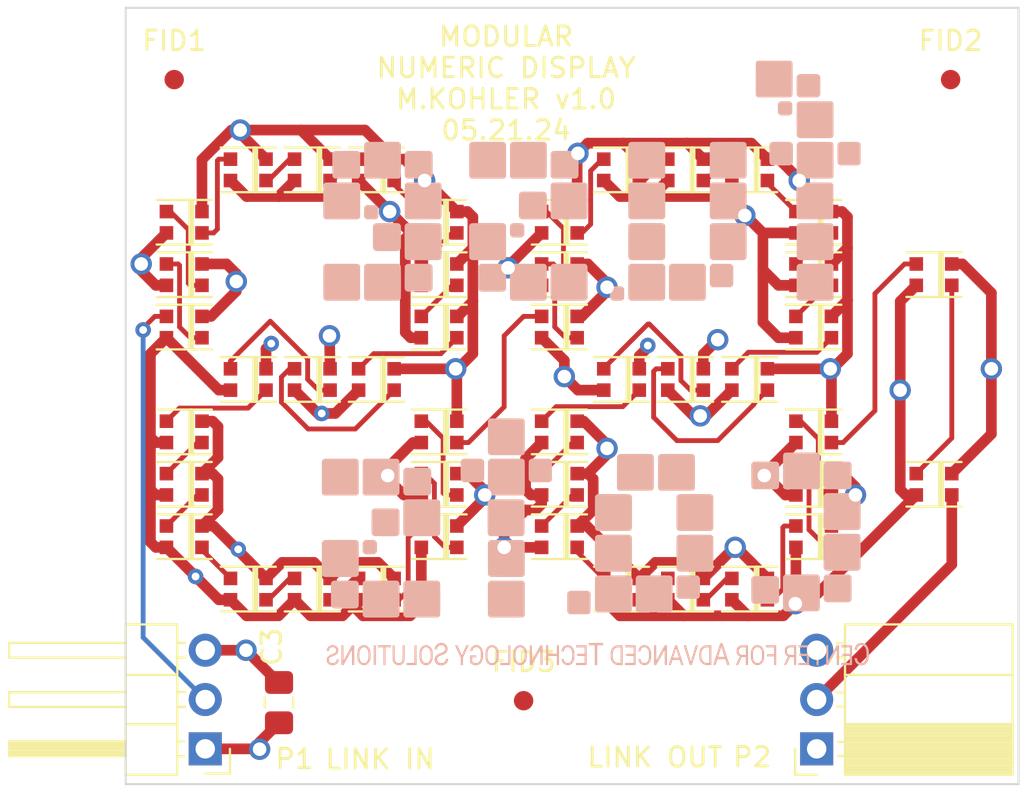
<source format=kicad_pcb>
(kicad_pcb (version 20240108) (generator "pcbnew") (generator_version "8.0")
  (layers (0 "F.Cu" mixed) (1 "In1.Cu" mixed) (2 "In2.Cu" mixed) (31 "B.Cu" mixed) (34 "B.Paste" user) (35 "F.Paste" user) (36 "B.SilkS" user "B.Silkscreen") (37 "F.SilkS" user "F.Silkscreen") (38 "B.Mask" user) (39 "F.Mask" user) (44 "Edge.Cuts" user))
  (net 0 "")
  (net 1 "Net-(D1-DO)")
  (net 2 "Net-(D2-DO)")
  (net 3 "Net-(D3-DO)")
  (net 4 "/LED_LINK_IN_5V")
  (net 5 "GND")
  (net 6 "+5V")
  (net 7 "Net-(D4-DO)")
  (net 8 "Net-(D5-DO)")
  (net 9 "Net-(D6-DO)")
  (net 10 "Net-(D7-DO)")
  (net 11 "Net-(D8-DO)")
  (net 12 "Net-(D10-DI)")
  (net 13 "Net-(D10-DO)")
  (net 14 "Net-(D11-DO)")
  (net 15 "Net-(D12-DO)")
  (net 16 "Net-(D13-DO)")
  (net 17 "Net-(D14-DO)")
  (net 18 "Net-(D15-DO)")
  (net 19 "Net-(D16-DO)")
  (net 20 "Net-(D17-DO)")
  (net 21 "Net-(D18-DO)")
  (net 22 "Net-(D19-DO)")
  (net 23 "Net-(D20-DO)")
  (net 24 "Net-(D21-DO)")
  (net 25 "Net-(D22-DO)")
  (net 26 "Net-(D23-DO)")
  (net 27 "Net-(D24-DO)")
  (net 28 "Net-(D25-DO)")
  (net 29 "Net-(D26-DO)")
  (net 30 "Net-(D27-DO)")
  (net 31 "Net-(D28-DO)")
  (net 32 "Net-(D29-DO)")
  (net 33 "Net-(D30-DO)")
  (net 34 "Net-(D31-DO)")
  (net 35 "Net-(D32-DO)")
  (net 36 "Net-(D33-DO)")
  (net 37 "Net-(D34-DO)")
  (net 38 "Net-(D35-DO)")
  (net 39 "Net-(D36-DO)")
  (net 40 "Net-(D37-DO)")
  (net 41 "Net-(D38-DO)")
  (net 42 "Net-(D39-DO)")
  (net 43 "Net-(D40-DO)")
  (net 44 "Net-(D41-DO)")
  (net 45 "Net-(D42-DO)")
  (net 46 "Net-(D43-DO)")
  (net 47 "Net-(D44-DO)")
  (footprint "LED_SMDnew:LED_WS2812B-2020_PLCC4_2.0x2.0mm" (layer "F.Cu") (at -0.485 -1.25)
    (property "Reference" "D1" (hide yes))
    (property "Value" "~")
  )
  (footprint "LED_SMDnew:LED_WS2812B-2020_PLCC4_2.0x2.0mm" (layer "F.Cu") (at 25.345 -9.35)
    (property "Reference" "D26" (hide yes))
    (property "Value" "~")
  )
  (footprint "LED_SMDnew:LED_WS2812B-2020_PLCC4_2.0x2.0mm" (layer "F.Cu") (at 28.645 1.45)
    (property "Reference" "D31" (hide yes))
    (property "Value" "~")
  )
  (footprint "LED_SMDnew:LED_WS2812B-2020_PLCC4_2.0x2.0mm" (layer "F.Cu") (at -0.485 -6.65)
    (property "Reference" "D3" (hide yes))
    (property "Value" "~")
  )
  (footprint "MountingHole:MountingHole_3.2mm_M3" (layer "F.Cu") (at 25 18)
    (property "Reference" "H4" (hide yes))
    (property "Value" "MountingHole")
  )
  (footprint "LED_SMDnew:LED_WS2812B-2020_PLCC4_2.0x2.0mm" (layer "F.Cu") (at 9.415 12.25)
    (property "Reference" "D18" (hide yes))
    (property "Value" "~")
  )
  (footprint "Capacitor_SMD:C_0805_2012Metric_Pad1.18x1.45mm_HandSolder" (layer "F.Cu") (at 4.4 18.1 90)
    (property "Reference" "C3")
    (property "Value" "10uF")
  )
  (footprint "LED_SMDnew:LED_WS2812B-2020_PLCC4_2.0x2.0mm" (layer "F.Cu") (at 2.815 1.45)
    (property "Reference" "D12" (hide yes))
    (property "Value" "~")
  )
  (footprint "LED_SMDnew:LED_WS2812B-2020_PLCC4_2.0x2.0mm" (layer "F.Cu") (at 12.645 4.15)
    (property "Reference" "D21" (hide yes))
    (property "Value" "~")
  )
  (footprint "MountingHole:MountingHole_3.2mm_M3" (layer "F.Cu") (at 9.4 18)
    (property "Reference" "H3" (hide yes))
    (property "Value" "MountingHole")
  )
  (footprint "LED_SMDnew:LED_WS2812B-2020_PLCC4_2.0x2.0mm" (layer "F.Cu") (at 12.645 9.55)
    (property "Reference" "D19" (hide yes))
    (property "Value" "~")
  )
  (footprint "LED_SMDnew:LED_WS2812B-2020_PLCC4_2.0x2.0mm" (layer "F.Cu") (at 6.115 12.25)
    (property "Reference" "D17" (hide yes))
    (property "Value" "~")
  )
  (footprint "LED_SMDnew:LED_WS2812B-2020_PLCC4_2.0x2.0mm" (layer "F.Cu") (at 31.945 -3.95)
    (property "Reference" "D29" (hide yes))
    (property "Value" "~")
  )
  (footprint "LED_SMDnew:LED_WS2812B-2020_PLCC4_2.0x2.0mm" (layer "F.Cu") (at 31.945 6.85)
    (property "Reference" "D41" (hide yes))
    (property "Value" "~")
  )
  (footprint "LED_SMDnew:LED_WS2812B-2020_PLCC4_2.0x2.0mm" (layer "F.Cu") (at 2.815 12.25)
    (property "Reference" "D16" (hide yes))
    (property "Value" "~")
  )
  (footprint "LED_SMDnew:LED_WS2812B-2020_PLCC4_2.0x2.0mm" (layer "F.Cu") (at 12.645 -6.65)
    (property "Reference" "D7" (hide yes))
    (property "Value" "~")
  )
  (footprint "LED_SMDnew:LED_WS2812B-2020_PLCC4_2.0x2.0mm" (layer "F.Cu") (at 22.045 1.45)
    (property "Reference" "D33" (hide yes))
    (property "Value" "~")
  )
  (footprint "LED_SMDnew:LED_WS2812B-2020_PLCC4_2.0x2.0mm" (layer "F.Cu") (at 9.415 1.45)
    (property "Reference" "D10" (hide yes))
    (property "Value" "~")
  )
  (footprint "LED_SMDnew:LED_WS2812B-2020_PLCC4_2.0x2.0mm" (layer "F.Cu") (at 28.645 12.25)
    (property "Reference" "D39" (hide yes))
    (property "Value" "~")
  )
  (footprint "LED_SMDnew:LED_WS2812B-2020_PLCC4_2.0x2.0mm" (layer "F.Cu") (at 12.645 -3.95)
    (property "Reference" "D8" (hide yes))
    (property "Value" "~")
  )
  (footprint "Fiducial:Fiducial_1mm_Mask2mm" (layer "F.Cu") (at -1 -14)
    (property "Reference" "FID1")
    (property "Value" "Fiducial")
  )
  (footprint "LED_SMDnew:LED_WS2812B-2020_PLCC4_2.0x2.0mm" (layer "F.Cu") (at 18.845 4.15)
    (property "Reference" "D34" (hide yes))
    (property "Value" "~")
  )
  (footprint "LED_SMDnew:LED_WS2812B-2020_PLCC4_2.0x2.0mm" (layer "F.Cu") (at 9.415 -9.35)
    (property "Reference" "D6" (hide yes))
    (property "Value" "~")
  )
  (footprint "LED_SMDnew:LED_WS2812B-2020_PLCC4_2.0x2.0mm" (layer "F.Cu") (at 18.845 -6.65)
    (property "Reference" "D24" (hide yes))
    (property "Value" "~")
  )
  (footprint "LED_SMDnew:LED_WS2812B-2020_PLCC4_2.0x2.0mm" (layer "F.Cu") (at 31.945 -6.65)
    (property "Reference" "D28" (hide yes))
    (property "Value" "~")
  )
  (footprint "LED_SMDnew:LED_WS2812B-2020_PLCC4_2.0x2.0mm" (layer "F.Cu") (at 22.045 12.25)
    (property "Reference" "D37" (hide yes))
    (property "Value" "~")
  )
  (footprint "MountingHole:MountingHole_3.2mm_M3" (layer "F.Cu") (at 25 -14.2)
    (property "Reference" "H2" (hide yes))
    (property "Value" "MountingHole")
  )
  (footprint "Connector_PinSocket_2.54mm:PinSocket_1x03_P2.54mm_Horizontal" (layer "F.Cu") (at 32.1 20.48 180)
    (property "Reference" "P2")
    (property "Value" "LINK OUTPUT")
  )
  (footprint "LED_SMDnew:LED_WS2812B-2020_PLCC4_2.0x2.0mm" (layer "F.Cu") (at 12.645 -1.25)
    (property "Reference" "D9" (hide yes))
    (property "Value" "~")
  )
  (footprint "LED_SMDnew:LED_WS2812B-2020_PLCC4_2.0x2.0mm" (layer "F.Cu") (at 25.345 1.45)
    (property "Reference" "D32" (hide yes))
    (property "Value" "~")
  )
  (footprint "LED_SMDnew:LED_WS2812B-2020_PLCC4_2.0x2.0mm" (layer "F.Cu") (at 31.945 4.15)
    (property "Reference" "D42" (hide yes))
    (property "Value" "~")
  )
  (footprint "LED_SMDnew:LED_WS2812B-2020_PLCC4_2.0x2.0mm" (layer "F.Cu") (at 6.115 1.45)
    (property "Reference" "D11" (hide yes))
    (property "Value" "~")
  )
  (footprint "Connector_PinHeader_2.54mm:PinHeader_1x03_P2.54mm_Horizontal" (layer "F.Cu") (at 0.6 20.48 180)
    (property "Reference" "P1")
    (property "Value" "LINK INPUT")
  )
  (footprint "LED_SMDnew:LED_WS2812B-2020_PLCC4_2.0x2.0mm" (layer "F.Cu") (at 12.645 6.85)
    (property "Reference" "D20" (hide yes))
    (property "Value" "~")
  )
  (footprint "LED_SMDnew:LED_WS2812B-2020_PLCC4_2.0x2.0mm" (layer "F.Cu") (at 22.045 -9.35)
    (property "Reference" "D25" (hide yes))
    (property "Value" "~")
  )
  (footprint "LED_SMDnew:LED_WS2812B-2020_PLCC4_2.0x2.0mm" (layer "F.Cu") (at 25.345 12.25)
    (property "Reference" "D38" (hide yes))
    (property "Value" "~")
  )
  (footprint "LED_SMDnew:LED_WS2812B-2020_PLCC4_2.0x2.0mm" (layer "F.Cu") (at 18.845 6.85)
    (property "Reference" "D35" (hide yes))
    (property "Value" "~")
  )
  (footprint "LED_SMDnew:LED_WS2812B-2020_PLCC4_2.0x2.0mm" (layer "F.Cu") (at -0.485 4.15)
    (property "Reference" "D13" (hide yes))
    (property "Value" "~")
  )
  (footprint "Fiducial:Fiducial_1mm_Mask2mm" (layer "F.Cu") (at 39 -14)
    (property "Reference" "FID2")
    (property "Value" "Fiducial")
  )
  (footprint "LED_SMDnew:LED_WS2812B-2020_PLCC4_2.0x2.0mm" (layer "F.Cu") (at 31.945 -1.25)
    (property "Reference" "D30" (hide yes))
    (property "Value" "~")
  )
  (footprint "LED_SMDnew:LED_WS2812B-2020_PLCC4_2.0x2.0mm" (layer "F.Cu") (at 6.115 -9.35)
    (property "Reference" "D5" (hide yes))
    (property "Value" "~")
  )
  (footprint "LED_SMDnew:LED_WS2812B-2020_PLCC4_2.0x2.0mm" (layer "F.Cu") (at 38.145 6.85)
    (property "Reference" "D44" (hide yes))
    (property "Value" "~")
  )
  (footprint "LED_SMDnew:LED_WS2812B-2020_PLCC4_2.0x2.0mm" (layer "F.Cu") (at 31.945 9.55)
    (property "Reference" "D40" (hide yes))
    (property "Value" "~")
  )
  (footprint "LED_SMDnew:LED_WS2812B-2020_PLCC4_2.0x2.0mm" (layer "F.Cu") (at 18.845 -3.95)
    (property "Reference" "D23" (hide yes))
    (property "Value" "~")
  )
  (footprint "LED_SMDnew:LED_WS2812B-2020_PLCC4_2.0x2.0mm" (layer "F.Cu") (at -0.485 6.85)
    (property "Reference" "D14" (hide yes))
    (property "Value" "~")
  )
  (footprint "Fiducial:Fiducial_1mm_Mask2mm" (layer "F.Cu") (at 17 18)
    (property "Reference" "FID3")
    (property "Value" "Fiducial")
  )
  (footprint "LED_SMDnew:LED_WS2812B-2020_PLCC4_2.0x2.0mm" (layer "F.Cu") (at -0.485 9.55)
    (property "Reference" "D15" (hide yes))
    (property "Value" "~")
  )
  (footprint "LED_SMDnew:LED_WS2812B-2020_PLCC4_2.0x2.0mm" (layer "F.Cu") (at 18.845 9.55)
    (property "Reference" "D36" (hide yes))
    (property "Value" "~")
  )
  (footprint "LED_SMDnew:LED_WS2812B-2020_PLCC4_2.0x2.0mm" (layer "F.Cu") (at -0.485 -3.95)
    (property "Reference" "D2" (hide yes))
    (property "Value" "~")
  )
  (footprint "LED_SMDnew:LED_WS2812B-2020_PLCC4_2.0x2.0mm" (layer "F.Cu") (at 38.145 -3.95)
    (property "Reference" "D43" (hide yes))
    (property "Value" "~")
  )
  (footprint "LED_SMDnew:LED_WS2812B-2020_PLCC4_2.0x2.0mm" (layer "F.Cu") (at 18.845 -1.25)
    (property "Reference" "D22" (hide yes))
    (property "Value" "~")
  )
  (footprint "LED_SMDnew:LED_WS2812B-2020_PLCC4_2.0x2.0mm" (layer "F.Cu") (at 28.645 -9.35)
    (property "Reference" "D27" (hide yes))
    (property "Value" "~")
  )
  (footprint "MountingHole:MountingHole_3.2mm_M3" (layer "F.Cu") (at 7.55 -14.2)
    (property "Reference" "H1" (hide yes))
    (property "Value" "MountingHole")
  )
  (footprint "LED_SMDnew:LED_WS2812B-2020_PLCC4_2.0x2.0mm" (layer "F.Cu") (at 2.815 -9.35)
    (property "Reference" "D4" (hide yes))
    (property "Value" "~")
  )
  (footprint "LOGO" (layer "B.Cu") (at 20.6 2.5 180)
    (property "Reference" "G***" (hide yes))
    (property "Value" "LOGO" (hide yes))
  )
  (gr_rect (start -3.5 -17.7) (end 42.5 22.3) (stroke (width 0.1)) (fill none) (layer "Edge.Cuts"))
  (gr_text "MODULAR\nNUMERIC DISPLAY\nM.KOHLER v1.0\n05.21.24" (at 16.1 -10.8 0) (layer "F.SilkS") (effects (font (size 1 1)) (justify bottom)))
  (gr_text "LINK OUT" (at 20.2 21.5 0) (layer "F.SilkS") (effects (font (size 1 1)) (justify left bottom)))
  (gr_text "LINK IN" (at 6.7 21.6 0) (layer "F.SilkS") (effects (font (size 1 1)) (justify left bottom)))
  (segment (start -0.8 -4.5) (end -1.4 -4.5) (width 0.25) (layer "F.Cu") (net 1))
  (segment (start -0.725 -1.255) (end -0.725 -4.425) (width 0.25) (layer "F.Cu") (net 1))
  (segment (start -0.17 -0.7) (end -0.725 -1.255) (width 0.25) (layer "F.Cu") (net 1))
  (segment (start -0.725 -4.425) (end -0.8 -4.5) (width 0.25) (layer "F.Cu") (net 1))
  (segment (start 0.43 -0.7) (end -0.17 -0.7) (width 0.25) (layer "F.Cu") (net 1))
  (segment (start -0.275 -3.505) (end -0.275 -6.275) (width 0.25) (layer "F.Cu") (net 2))
  (segment (start -0.275 -6.275) (end -1.2 -7.2) (width 0.25) (layer "F.Cu") (net 2))
  (segment (start -1.2 -7.2) (end -1.4 -7.2) (width 0.25) (layer "F.Cu") (net 2))
  (segment (start -0.17 -3.4) (end -0.275 -3.505) (width 0.25) (layer "F.Cu") (net 2))
  (segment (start 0.43 -3.4) (end -0.17 -3.4) (width 0.25) (layer "F.Cu") (net 2))
  (segment (start 1.3 -9.9) (end 1.9 -9.9) (width 0.25) (layer "F.Cu") (net 3))
  (segment (start 0.43 -6.1) (end 1.03 -6.1) (width 0.25) (layer "F.Cu") (net 3))
  (segment (start 1.03 -6.1) (end 1.225 -6.295) (width 0.25) (layer "F.Cu") (net 3))
  (segment (start 1.225 -6.295) (end 1.225 -9.825) (width 0.25) (layer "F.Cu") (net 3))
  (segment (start 1.225 -9.825) (end 1.3 -9.9) (width 0.25) (layer "F.Cu") (net 3))
  (segment (start -2.6 -1.1) (end -2.7 -1.1) (width 0.25) (layer "F.Cu") (net 4))
  (segment (start -2.7 -1.1) (end -2.6 -1.2) (width 0.25) (layer "F.Cu") (net 4))
  (segment (start -1.4 -1.8) (end -2 -1.8) (width 0.25) (layer "F.Cu") (net 4))
  (segment (start -2.6 -1.2) (end -2.6 -1.1) (width 0.25) (layer "F.Cu") (net 4))
  (segment (start -2 -1.8) (end -2.6 -1.2) (width 0.25) (layer "F.Cu") (net 4))
  (via (at -2.6 -1.1) (size 0.8) (drill 0.4) (layers "F.Cu" "B.Cu") (net 4))
  (segment (start -2.6 -1.1) (end -2.6 14.74) (width 0.25) (layer "B.Cu") (net 4))
  (segment (start -2.6 14.74) (end 0.6 17.94) (width 0.25) (layer "B.Cu") (net 4))
  (segment (start 1.03 9) (end 0.43 9) (width 0.55) (layer "F.Cu") (net 5))
  (segment (start 10.33 11.7) (end 9.505 10.875) (width 0.55) (layer "F.Cu") (net 5))
  (segment (start 33.685 -2.625) (end 33.685 0.125) (width 0.55) (layer "F.Cu") (net 5))
  (segment (start 21.3 -3.51) (end 21.3 -3.3) (width 0.55) (layer "F.Cu") (net 5))
  (segment (start 6.205 10.875) (end 4.555 10.875) (width 0.55) (layer "F.Cu") (net 5))
  (segment (start 21.3 5) (end 21.3 4.8) (width 0.55) (layer "F.Cu") (net 5))
  (segment (start 32.86 0.95) (end 32.86 3.6) (width 0.55) (layer "F.Cu") (net 5))
  (segment (start 9.505 10.875) (end 7.855 10.875) (width 0.55) (layer "F.Cu") (net 5))
  (segment (start 23.4 -0.2) (end 23.4 -0.3) (width 0.55) (layer "F.Cu") (net 5))
  (segment (start 11.96 -8.8) (end 13.56 -7.2) (width 0.55) (layer "F.Cu") (net 5))
  (segment (start 14.385 -2.575) (end 13.61 -1.8) (width 0.55) (layer "F.Cu") (net 5))
  (segment (start 10.86 -9.9) (end 11.9 -8.86) (width 0.55) (layer "F.Cu") (net 5))
  (segment (start 20.305 -10.725) (end 22.135 -10.725) (width 0.55) (layer "F.Cu") (net 5))
  (segment (start 21.3 -3.3) (end 21.3 -3.1) (width 0.55) (layer "F.Cu") (net 5))
  (segment (start 22.135 -10.725) (end 22.96 -9.9) (width 0.55) (layer "F.Cu") (net 5))
  (segment (start 31.2 -8.8) (end 31.26 -8.8) (width 0.55) (layer "F.Cu") (net 5))
  (segment (start 2.2 -3.1) (end 2.2 -3.6) (width 0.55) (layer "F.Cu") (net 5))
  (segment (start 22.96 11.7) (end 23.785 10.875) (width 0.55) (layer "F.Cu") (net 5))
  (segment (start 27.96 10.1) (end 29.56 11.7) (width 0.55) (layer "F.Cu") (net 5))
  (segment (start 26.26 11.7) (end 27.86 10.1) (width 0.55) (layer "F.Cu") (net 5))
  (segment (start 20.26 9) (end 19.76 9) (width 0.55) (layer "F.Cu") (net 5))
  (segment (start 7 -0.8) (end 7.03 -0.8) (width 0.55) (layer "F.Cu") (net 5))
  (segment (start 11.9 -8.8) (end 11.96 -8.8) (width 0.55) (layer "F.Cu") (net 5))
  (segment (start 32.8 0.9) (end 29.56 0.9) (width 0.55) (layer "F.Cu") (net 5))
  (segment (start 30.16 -9.9) (end 31.2 -8.86) (width 0.55) (layer "F.Cu") (net 5))
  (segment (start 20 -1.8) (end 19.76 -1.8) (width 0.55) (layer "F.Cu") (net 5))
  (segment (start 34.1 7.4) (end 34.1 7.76) (width 0.55) (layer "F.Cu") (net 5))
  (segment (start 13.56 6.3) (end 14.11 6.3) (width 0.55) (layer "F.Cu") (net 5))
  (segment (start 20.585 8.175) (end 20.585 6.575) (width 0.55) (layer "F.Cu") (net 5))
  (segment (start 3.73 -0.13) (end 4 -0.4) (width 0.55) (layer "F.Cu") (net 5))
  (segment (start 2.3 10.27) (end 2.3 10.2) (width 0.55) (layer "F.Cu") (net 5))
  (segment (start 0.9 -1.8) (end 2.2 -3.1) (width 0.55) (layer "F.Cu") (net 5))
  (segment (start 15.1 7.29) (end 15 7.4) (width 0.55) (layer "F.Cu") (net 5))
  (segment (start 20.1 3.6) (end 19.76 3.6) (width 0.55) (layer "F.Cu") (net 5))
  (segment (start 41.1 0.9) (end 41.1 4.26) (width 0.55) (layer "F.Cu") (net 5))
  (segment (start 14.385 -6.925) (end 14.385 -5.325) (width 0.55) (layer "F.Cu") (net 5))
  (segment (start 13.61 0.9) (end 13.56 0.95) (width 0.55) (layer "F.Cu") (net 5))
  (segment (start 20.31 -4.5) (end 21.3 -3.51) (width 0.55) (layer "F.Cu") (net 5))
  (segment (start 33.685 0.125) (end 32.91 0.9) (width 0.55) (layer "F.Cu") (net 5))
  (segment (start 1.7 -4.5) (end 0.43 -4.5) (width 0.55) (layer "F.Cu") (net 5))
  (segment (start 13.56 -7.2) (end 14.11 -7.2) (width 0.55) (layer "F.Cu") (net 5))
  (segment (start 2.23 -11.4) (end 3.73 -9.9) (width 0.55) (layer "F.Cu") (net 5))
  (segment (start 25.435 -10.725) (end 26.26 -9.9) (width 0.55) (layer "F.Cu") (net 5))
  (segment (start 14.385 -5.325) (end 13.56 -4.5) (width 0.55) (layer "F.Cu") (net 5))
  (segment (start 25.435 -10.725) (end 28.735 -10.725) (width 0.55) (layer "F.Cu") (net 5))
  (segment (start 21.3 5.31) (end 21.3 5) (width 0.55) (layer "F.Cu") (net 5))
  (segment (start 31.26 -8.8) (end 32.86 -7.2) (width 0.55) (layer "F.Cu") (net 5))
  (segment (start 2.2 -4) (end 1.7 -4.5) (width 0.55) (layer "F.Cu") (net 5))
  (segment (start 14.385 -2.575) (end 14.385 0.125) (width 0.55) (layer "F.Cu") (net 5))
  (segment (start 7.03 11.7) (end 6.205 10.875) (width 0.55) (layer "F.Cu") (net 5))
  (segment (start 26.26 0.9) (end 26.26 0.14) (width 0.55) (layer "F.Cu") (net 5))
  (segment (start 33.685 -5.325) (end 32.86 -4.5) (width 0.55) (layer "F.Cu") (net 5))
  (segment (start 0.43 -9.878528) (end 1.951472 -11.4) (width 0.55) (layer "F.Cu") (net 5))
  (segment (start 2.23 10.2) (end 1.03 9) (width 0.55) (layer "F.Cu") (net 5))
  (segment (start 19.8 -10.22) (end 20.305 -10.725) (width 0.55) (layer "F.Cu") (net 5))
  (segment (start 19.76 -4.5) (end 20.31 -4.5) (width 0.55) (layer "F.Cu") (net 5))
  (segment (start 23.4 -0.3) (end 23.5 -0.3) (width 0.55) (layer "F.Cu") (net 5))
  (segment (start 32.91 0.9) (end 32.86 0.95) (width 0.55) (layer "F.Cu") (net 5))
  (segment (start 41.1 -3.01) (end 41.1 0.9) (width 0.55) (layer "F.Cu") (net 5))
  (segment (start 0.43 -1.8) (end 0.9 -1.8) (width 0.55) (layer "F.Cu") (net 5))
  (segment (start 20.31 6.3) (end 21.3 5.31) (width 0.55) (layer "F.Cu") (net 5))
  (segment (start 15 7.4) (end 15.1 7.46) (width 0.55) (layer "F.Cu") (net 5))
  (segment (start 23.5 -0.3) (end 23.4 -0.2) (width 0.55) (layer "F.Cu") (net 5))
  (segment (start 4.4 17.0625) (end 4.3625 17.0625) (width 0.55) (layer "F.Cu") (net 5))
  (segment (start 28.735 -10.725) (end 29.56 -9.9) (width 0.55) (layer "F.Cu") (net 5))
  (segment (start 1.255 6.575) (end 0.98 6.3) (width 0.55) (layer "F.Cu") (net 5))
  (segment (start 8.83 -11.4) (end 10.33 -9.9) (width 0.55) (layer "F.Cu") (net 5))
  (segment (start 19.76 9) (end 20.585 8.175) (width 0.55) (layer "F.Cu") (net 5))
  (segment (start 33.685 -2.625) (end 32.86 -1.8) (width 0.55) (layer "F.Cu") (net 5))
  (segment (start 1.951472 -11.4) (end 2.4 -11.4) (width 0.55) (layer "F.Cu") (net 5))
  (segment (start 39.06 -4.5) (end 39.61 -4.5) (width 0.55) (layer "F.Cu") (net 5))
  (segment (start 32.91 0.9) (end 32.8 0.9) (width 0.55) (layer "F.Cu") (net 5))
  (segment (start 0.6 15.4) (end 2.7 15.4) (width 0.55) (layer "F.Cu") (net 5))
  (segment (start 22.135 -10.725) (end 25.435 -10.725) (width 0.55) (layer "F.Cu") (net 5))
  (segment (start 27 -0.6) (end 27.1 -0.7) (width 0.55) (layer "F.Cu") (net 5))
  (segment (start 31.2 -8.86) (end 31.2 -8.8) (width 0.55) (layer "F.Cu") (net 5))
  (segment (start 14.11 -7.2) (end 14.385 -6.925) (width 0.55) (layer "F.Cu") (net 5))
  (segment (start 2.2 -3.6) (end 2.2 -4) (width 0.55) (layer "F.Cu") (net 5))
  (segment (start 34.1 7.76) (end 32.86 9) (width 0.55) (layer "F.Cu") (net 5))
  (segment (start 34.1 6.99) (end 34.1 7.4) (width 0.55) (layer "F.Cu") (net 5))
  (segment (start 26.26 0.14) (end 27 -0.6) (width 0.55) (layer "F.Cu") (net 5))
  (segment (start 33.41 -7.2) (end 33.685 -6.925) (width 0.55) (layer "F.Cu") (net 5))
  (segment (start 19.76 -10.18) (end 19.78 -10.2) (width 0.55) (layer "F.Cu") (net 5))
  (segment (start 33.685 -6.925) (end 33.685 -5.325) (width 0.55) (layer "F.Cu") (net 5))
  (segment (start 27.9 10.1) (end 27.96 10.1) (width 0.55) (layer "F.Cu") (net 5))
  (segment (start 15.1 7.46) (end 13.56 9) (width 0.55) (layer "F.Cu") (net 5))
  (segment (start 2.4 -11.4) (end 5.53 -11.4) (width 0.55) (layer "F.Cu") (net 5))
  (segment (start 7.03 0.9) (end 7 -0.8) (width 0.55) (layer "F.Cu") (net 5))
  (segment (start 29.56 -9.9) (end 30.16 -9.9) (width 0.55) (layer "F.Cu") (net 5))
  (segment (start 21.3 -3.1) (end 20 -1.8) (width 0.55) (layer "F.Cu") (net 5))
  (segment (start 2.3 10.2) (end 2.23 10.2) (width 0.55) (layer "F.Cu") (net 5))
  (segment (start 0.43 -7.2) (end 0.43 -9.878528) (width 0.55) (layer "F.Cu") (net 5))
  (segment (start 5.53 -11.4) (end 7.03 -9.9) (width 0.55) (layer "F.Cu") (net 5))
  (segment (start 3.73 11.7) (end 2.3 10.27) (width 0.55) (layer "F.Cu") (net 5))
  (segment (start 22.96 0.9) (end 22.96 0.24) (width 0.55) (layer "F.Cu") (net 5))
  (segment (start 22.96 11.7) (end 20.26 9) (width 0.55) (layer "F.Cu") (net 5))
  (segment (start 1.255 5.475) (end 1.255 3.875) (width 0.55) (layer "F.Cu") (net 5))
  (segment (start 2.7 15.4) (end 2.8 15.4) (width 0.55) (layer "F.Cu") (net 5))
  (segment (start 21.3 4.8) (end 20.1 3.6) (width 0.55) (layer "F.Cu") (net 5))
  (segment (start 0.98 3.6) (end 0.43 3.6) (width 0.55) (layer "F.Cu") (net 5))
  (segment (start 20.31 6.3) (end 19.76 6.3) (width 0.55) (layer "F.Cu") (net 5))
  (segment (start 11.9 -8.86) (end 11.9 -8.8) (width 0.55) (layer "F.Cu") (net 5))
  (segment (start 0.98 6.3) (end 0.43 6.3) (width 0.55) (layer "F.Cu") (net 5))
  (segment (start 14.385 -5.325) (end 14.385 -2.575) (width 0.55) (layer "F.Cu") (net 5))
  (segment (start 32.86 6.3) (end 33.41 6.3) (width 0.55) (layer "F.Cu") (net 5))
  (segment (start 32.86 -7.2) (end 33.41 -7.2) (width 0.55) (layer "F.Cu") (net 5))
  (segment (start 0.43 6.3) (end 1.255 5.475) (width 0.55) (layer "F.Cu") (net 5))
  (segment (start 10.33 -9.9) (end 10.86 -9.9) (width 0.55) (layer "F.Cu") (net 5))
  (segment (start 33.41 6.3) (end 34.1 6.99) (width 0.55) (layer "F.Cu") (net 5))
  (segment (start 19.76 -7.2) (end 19.76 -10.18) (width 0.55) (layer "F.Cu") (net 5))
  (segment (start 19.78 -10.2) (end 19.8 -10.2) (width 0.55) (layer "F.Cu") (net 5))
  (segment (start 4.3625 17.0625) (end 2.7 15.4) (width 0.55) (layer "F.Cu") (net 5))
  (segment (start 1.255 8.175) (end 1.255 6.575) (width 0.55) (layer "F.Cu") (net 5))
  (segment (start 14.385 0.125) (end 13.61 0.9) (width 0.55) (layer "F.Cu") (net 5))
  (segment (start 27.86 10.1) (end 27.9 10.1) (width 0.55) (layer "F.Cu") (net 5))
  (segment (start 13.56 0.95) (end 13.56 3.6) (width 0.55) (layer "F.Cu") (net 5))
  (segment (start 3.73 0.9) (end 3.73 -0.13) (width 0.55) (layer "F.Cu") (net 5))
  (segment (start 39.61 -4.5) (end 41.1 -3.01) (width 0.55) (layer "F.Cu") (net 5))
  (segment (start 5.53 -11.4) (end 8.83 -11.4) (width 0.55) (layer "F.Cu") (net 5))
  (segment (start 7.855 10.875) (end 7.03 11.7) (width 0.55) (layer "F.Cu") (net 5))
  (segment (start 41.1 4.26) (end 39.06 6.3) (width 0.55) (layer "F.Cu") (net 5))
  (segment (start 20.585 6.575) (end 20.31 6.3) (width 0.55) (layer "F.Cu") (net 5))
  (segment (start 0.43 9) (end 1.255 8.175) (width 0.55) (layer "F.Cu") (net 5))
  (segment (start 13.61 0.9) (end 13.5 0.9) (width 0.55) (layer "F.Cu") (net 5))
  (segment (start 13.61 -1.8) (end 13.56 -1.8) (width 0.55) (layer "F.Cu") (net 5))
  (segment (start 13.5 0.9) (end 10.33 0.9) (width 0.55) (layer "F.Cu") (net 5))
  (segment (start 2.23 -11.4) (end 2.4 -11.4) (width 0.55) (layer "F.Cu") (net 5))
  (segment (start 22.96 0.24) (end 23.4 -0.2) (width 0.55) (layer "F.Cu") (net 5))
  (segment (start 33.685 -5.325) (end 33.685 -2.625) (width 0.55) (layer "F.Cu") (net 5))
  (segment (start 4.555 10.875) (end 3.73 11.7) (width 0.55) (layer "F.Cu") (net 5))
  (segment (start 23.785 10.875) (end 25.435 10.875) (width 0.55) (layer "F.Cu") (net 5))
  (segment (start 1.255 3.875) (end 0.98 3.6) (width 0.55) (layer "F.Cu") (net 5))
  (segment (start 14.11 6.3) (end 15.1 7.29) (width 0.55) (layer "F.Cu") (net 5))
  (segment (start 19.8 -10.2) (end 19.8 -10.22) (width 0.55) (layer "F.Cu") (net 5))
  (segment (start 25.435 10.875) (end 26.26 11.7) (width 0.55) (layer "F.Cu") (net 5))
  (via (at 15 7.4) (size 1.1) (drill 0.7) (layers "F.Cu" "B.Cu") (net 5))
  (via (at 11.9 -8.8) (size 1.1) (drill 0.7) (layers "F.Cu" "B.Cu") (net 5))
  (via (at 27 -0.6) (size 1.1) (drill 0.7) (layers "F.Cu" "B.Cu") (net 5))
  (via (at 21.3 5) (size 1.1) (drill 0.7) (layers "F.Cu" "B.Cu") (net 5))
  (via (at 34.1 7.4) (size 1.1) (drill 0.7) (layers "F.Cu" "B.Cu") (net 5))
  (via (at 27.9 10.1) (size 1.1) (drill 0.7) (layers "F.Cu" "B.Cu") (net 5))
  (via (at 2.3 10.2) (size 0.8) (drill 0.4) (layers "F.Cu" "B.Cu") (net 5))
  (via (at 23.4 -0.3) (size 0.8) (drill 0.4) (layers "F.Cu" "B.Cu") (net 5))
  (via (at 4 -0.4) (size 0.8) (drill 0.4) (layers "F.Cu" "B.Cu") (net 5))
  (via (at 13.5 0.9) (size 1.1) (drill 0.7) (layers "F.Cu" "B.Cu") (net 5))
  (via (at 2.4 -11.4) (size 1.1) (drill 0.7) (layers "F.Cu" "B.Cu") (net 5))
  (via (at 2.7 15.4) (size 1.1) (drill 0.7) (layers "F.Cu" "B.Cu") (net 5))
  (via (at 21.3 -3.3) (size 1.1) (drill 0.7) (layers "F.Cu" "B.Cu") (net 5))
  (via (at 2.2 -3.6) (size 1.1) (drill 0.7) (layers "F.Cu" "B.Cu") (net 5))
  (via (at 19.8 -10.2) (size 1.1) (drill 0.7) (layers "F.Cu" "B.Cu") (net 5))
  (via (at 31.2 -8.8) (size 1.1) (drill 0.7) (layers "F.Cu" "B.Cu") (net 5))
  (via (at 7 -0.8) (size 1.1) (drill 0.7) (layers "F.Cu" "B.Cu") (net 5))
  (via (at 41.1 0.9) (size 1.1) (drill 0.7) (layers "F.Cu" "B.Cu") (net 5))
  (via (at 32.8 0.9) (size 1.1) (drill 0.7) (layers "F.Cu" "B.Cu") (net 5))
  (segment (start 1.9 2) (end 1.3 2) (width 0.55) (layer "F.Cu") (net 6))
  (segment (start 8.725 13.625) (end 11.155 13.625) (width 0.55) (layer "F.Cu") (net 6))
  (segment (start 16.2 -4.3) (end 16.3 -4.47) (width 0.55) (layer "F.Cu") (net 6))
  (segment (start 28.555 13.625) (end 25.255 13.625) (width 0.55) (layer "F.Cu") (net 6))
  (segment (start -2.225 0.125) (end -2.225 4.425) (width 0.55) (layer "F.Cu") (net 6))
  (segment (start 6.5 3.3) (end 6.6 3.2) (width 0.55) (layer "F.Cu") (net 6))
  (segment (start 26.1 3.3255) (end 26.4045 3.3255) (width 0.55) (layer "F.Cu") (net 6))
  (segment (start 8.5 -8.62) (end 8.5 -8.8) (width 0.55) (layer "F.Cu") (net 6))
  (segment (start 17.93 4.7) (end 17.105 5.525) (width 0.55) (layer "F.Cu") (net 6))
  (segment (start 16 10.1) (end 16 9.28) (width 0.55) (layer "F.Cu") (net 6))
  (segment (start 11.73 4.7) (end 11.3 4.7) (width 0.55) (layer "F.Cu") (net 6))
  (segment (start 11.155 13.625) (end 11.73 13.05) (width 0.55) (layer "F.Cu") (net 6))
  (segment (start 7.855 -7.975) (end 8.5 -8.62) (width 0.55) (layer "F.Cu") (net 6))
  (segment (start 1.9 12.8) (end 2.725 13.625) (width 0.55) (layer "F.Cu") (net 6))
  (segment (start -1.95 4.7) (end -1.4 4.7) (width 0.55) (layer "F.Cu") (net 6))
  (segment (start 11.3 4.7) (end 10.1 5.9) (width 0.55) (layer "F.Cu") (net 6))
  (segment (start 16.3 -4.2) (end 16.2 -4.3) (width 0.55) (layer "F.Cu") (net 6))
  (segment (start 4.375 -7.975) (end 7.855 -7.975) (width 0.55) (layer "F.Cu") (net 6))
  (segment (start 29.405 6.325) (end 30.48 7.4) (width 0.55) (layer "F.Cu") (net 6))
  (segment (start 37.23 7.4) (end 31.63 13) (width 0.55) (layer "F.Cu") (net 6))
  (segment (start 30.13 -0.7) (end 31.03 -0.7) (width 0.55) (layer "F.Cu") (net 6))
  (segment (start 7.675 13.625) (end 8.2 13.1) (width 0.55) (layer "F.Cu") (net 6))
  (segment (start 36.405 -2.575) (end 37.23 -3.4) (width 0.55) (layer "F.Cu") (net 6))
  (segment (start 25.7555 3.3255) (end 24.43 2) (width 0.55) (layer "F.Cu") (net 6))
  (segment (start 10.905 -3.675) (end 10.905 -0.975) (width 0.55) (layer "F.Cu") (net 6))
  (segment (start -1.95 -3.4) (end -1.4 -3.4) (width 0.55) (layer "F.Cu") (net 6))
  (segment (start 10.83 7.4) (end 11.73 7.4) (width 0.55) (layer "F.Cu") (net 6))
  (segment (start 0.6 20.48) (end 3.38 20.48) (width 0.55) (layer "F.Cu") (net 6))
  (segment (start 19.1 1.3) (end 19.8 2) (width 0.55) (layer "F.Cu") (net 6))
  (segment (start 31.03 12.98) (end 30.385 13.625) (width 0.55) (layer "F.Cu") (net 6))
  (segment (start -1.4 -0.7) (end -2.225 0.125) (width 0.55) (layer "F.Cu") (net 6))
  (segment (start -2.8 -4.7) (end -2.8 -4.6) (width 0.55) (layer "F.Cu") (net 6))
  (segment (start 29.33 -6.1) (end 29.33 -4.2) (width 0.55) (layer "F.Cu") (net 6))
  (segment (start 36.405 7.125) (end 36.405 2.005) (width 0.55) (layer "F.Cu") (net 6))
  (segment (start 8.5 2) (end 7.3 3.2) (width 0.55) (layer "F.Cu") (net 6))
  (segment (start 16.3 -4.47) (end 17.93 -6.1) (width 0.55) (layer "F.Cu") (net 6))
  (segment (start 31.63 13) (end 31 13) (width 0.55) (layer "F.Cu") (net 6))
  (segment (start 27.455 -7.975) (end 27.73 -8.25) (width 0.55) (layer "F.Cu") (net 6))
  (segment (start 26.1 3.3255) (end 26.1 3.4) (width 0.55) (layer "F.Cu") (net 6))
  (segment (start 19.8 2) (end 21.13 2) (width 0.55) (layer "F.Cu") (net 6))
  (segment (start -2.225 4.425) (end -2.225 7.125) (width 0.55) (layer "F.Cu") (net 6))
  (segment (start 10.1 6.67) (end 10.83 7.4) (width 0.55) (layer "F.Cu") (net 6))
  (segment (start 17.625 8.175) (end 17.93 7.87) (width 0.55) (layer "F.Cu") (net 6))
  (segment (start 5.2 12.8) (end 6.025 13.625) (width 0.55) (layer "F.Cu") (net 6))
  (segment (start 11.2 -6.1) (end 10.905 -5.805) (width 0.55) (layer "F.Cu") (net 6))
  (segment (start 10.1 -7.2) (end 11.2 -6.1) (width 0.55) (layer "F.Cu") (net 6))
  (segment (start -2.8 -4.4) (end -2.8 -4.25) (width 0.55) (layer "F.Cu") (net 6))
  (segment (start 21.955 13.625) (end 21.13 12.8) (width 0.55) (layer "F.Cu") (net 6))
  (segment (start 26.4045 3.3255) (end 27.73 2) (width 0.55) (layer "F.Cu") (net 6))
  (segment (start 23.605 -7.975) (end 24.43 -8.8) (width 0.55) (layer "F.Cu") (net 6))
  (segment (start 4.375 13.625) (end 5.2 12.8) (width 0.55) (layer "F.Cu") (net 6))
  (segment (start 11.2 -6.1) (end 11.73 -6.1) (width 0.55) (layer "F.Cu") (net 6))
  (segment (start 10.905 -3.675) (end 11.18 -3.4) (width 0.55) (layer "F.Cu") (net 6))
  (segment (start 17.105 7.125) (end 17.38 7.4) (width 0.55) (layer "F.Cu") (net 6))
  (segment (start 36.405 2.005) (end 36.4 2) (width 0.55) (layer "F.Cu") (net 6))
  (segment (start 30.385 13.625) (end 28.555 13.625) (width 0.55) (layer "F.Cu") (net 6))
  (segment (start 19.1 1.3) (end 19.1 0.47) (width 0.55) (layer "F.Cu") (net 6))
  (segment (start -2.225 7.125) (end -1.95 7.4) (width 0.55) (layer "F.Cu") (net 6))
  (segment (start 2.725 13.625) (end 4.375 13.625) (width 0.55) (layer "F.Cu") (net 6))
  (segment (start 21.13 -8.8) (end 21.955 -7.975) (width 0.55) (layer "F.Cu") (net 6))
  (segment (start 4.375 -7.975) (end 5.2 -8.8) (width 0.55) (layer "F.Cu") (net 6))
  (segment (start 3.4 20.1375) (end 4.4 19.1375) (width 0.55) (layer "F.Cu") (net 6))
  (segment (start 29.33 -6.1) (end 31.03 -6.1) (width 0.55) (layer "F.Cu") (net 6))
  (segment (start 11.18 -3.4) (end 11.73 -3.4) (width 0.55) (layer "F.Cu") (net 6))
  (segment (start 3.38 20.48) (end 3.4 20.5) (width 0.55) (layer "F.Cu") (net 6))
  (segment (start -2.225 9.825) (end -1.95 10.1) (width 0.55) (layer "F.Cu") (net 6))
  (segment (start 21.955 -7.975) (end 23.605 -7.975) (width 0.55) (layer "F.Cu") (net 6))
  (segment (start 28.4 -7) (end 28.43 -7) (width 0.55) (layer "F.Cu") (net 6))
  (segment (start 6.025 13.625) (end 7.675 13.625) (width 0.55) (layer "F.Cu") (net 6))
  (segment (start 8.2 13.1) (end 8.725 13.625) (width 0.55) (layer "F.Cu") (net 6))
  (segment (start -1.4 -6.1) (end -2.8 -4.7) (width 0.55) (layer "F.Cu") (net 6))
  (segment (start -2.8 -4.6) (end -2.7 -4.5) (width 0.55) (layer "F.Cu") (net 6))
  (segment (start 16 9.28) (end 17.105 8.175) (width 0.55) (layer "F.Cu") (net 6))
  (segment (start 1.3 2) (end -1.4 -0.7) (width 0.55) (layer "F.Cu") (net 6))
  (segment (start 26.1 3.4) (end 26 3.5) (width 0.55) (layer "F.Cu") (net 6))
  (segment (start 0.1 11.6) (end 1.3 12.8) (width 0.55) (layer "F.Cu") (net 6))
  (segment (start 28.555 13.625) (end 27.73 12.8) (width 0.55) (layer "F.Cu") (net 6))
  (segment (start 1.3 12.8) (end 1.9 12.8) (width 0.55) (layer "F.Cu") (net 6))
  (segment (start 23.605 -7.975) (end 27.455 -7.975) (width 0.55) (layer "F.Cu") (net 6))
  (segment (start 8.5 -8.8) (end 10.1 -7.2) (width 0.55) (layer "F.Cu") (net 6))
  (segment (start -2.225 4.425) (end -1.95 4.7) (width 0.55) (layer "F.Cu") (net 6))
  (segment (start 37.23 7.4) (end 36.68 7.4) (width 0.55) (layer "F.Cu") (net 6))
  (segment (start 3.4 20.5) (end 3.4 20.1375) (width 0.55) (layer "F.Cu") (net 6))
  (segment (start 19.1 0.47) (end 17.93 -0.7) (width 0.55) (layer "F.Cu") (net 6))
  (segment (start 28.4 -7.03) (end 28.4 -7) (width 0.55) (layer "F.Cu") (net 6))
  (segment (start -1.95 10.1) (end -1.4 10.1) (width 0.55) (layer "F.Cu") (net 6))
  (segment (start 10 6.4) (end 10.1 6.5) (width 0.55) (layer "F.Cu") (net 6))
  (segment (start -1.95 7.4) (end -1.4 7.4) (width 0.55) (layer "F.Cu") (net 6))
  (segment (start 10.905 -5.805) (end 10.905 -3.675) (width 0.55) (layer "F.Cu") (net 6))
  (segment (start -1.4 10.1) (end 0.1 11.6) (width 0.55) (layer "F.Cu") (net 6))
  (segment (start 11.73 13.05) (end 11.73 10.1) (width 0.55) (layer "F.Cu") (net 6))
  (segment (start 17.105 5.525) (end 17.105 7.125) (width 0.55) (layer "F.Cu") (net 6))
  (segment (start 11.18 -0.7) (end 11.73 -0.7) (width 0.55) (layer "F.Cu") (net 6))
  (segment (start 25.255 13.625) (end 24.43 12.8) (width 0.55) (layer "F.Cu") (net 6))
  (segment (start 36.405 1.995) (end 36.405 -2.575) (width 0.55) (layer "F.Cu") (net 6))
  (segment (start 29.33 -4.2) (end 29.33 -1.5) (width 0.55) (layer "F.Cu") (net 6))
  (segment (start 26.1 3.3255) (end 25.7555 3.3255) (width 0.55) (layer "F.Cu") (net 6))
  (segment (start 17.1 -3.4) (end 16.3 -4.2) (width 0.55) (layer "F.Cu") (net 6))
  (segment (start 2.725 -7.975) (end 4.375 -7.975) (width 0.55) (layer "F.Cu") (net 6))
  (segment (start 5.2 2) (end 6.5 3.3) (width 0.55) (layer "F.Cu") (net 6))
  (segment (start 36.4 2) (end 36.405 1.995) (width 0.55) (layer "F.Cu") (net 6))
  (segment (start 16 10.1) (end 17.93 10.1) (width 0.55) (layer "F.Cu") (net 6))
  (segment (start 27.455 -7.975) (end 28.4 -7.03) (width 0.55) (layer "F.Cu") (net 6))
  (segment (start 10.1 6.5) (end 10.1 6.67) (width 0.55) (layer "F.Cu") (net 6))
  (segment (start 30.13 -3.4) (end 31.03 -3.4) (width 0.55) (layer "F.Cu") (net 6))
  (segment (start 17.38 7.4) (end 17.93 7.4) (width 0.55) (layer "F.Cu") (net 6))
  (segment (start -2.7 -4.5) (end -2.8 -4.4) (width 0.55) (layer "F.Cu") (net 6))
  (segment (start 36.68 7.4) (end 36.405 7.125) (width 0.55) (layer "F.Cu") (net 6))
  (segment (start 28.43 -7) (end 29.33 -6.1) (width 0.55) (layer "F.Cu") (net 6))
  (segment (start 27.73 -8.25) (end 27.73 -8.8) (width 0.55) (layer "F.Cu") (net 6))
  (segment (start 29.33 -1.5) (end 30.13 -0.7) (width 0.55) (layer "F.Cu") (net 6))
  (segment (start 30.48 7.4) (end 31.03 7.4) (width 0.55) (layer "F.Cu") (net 6))
  (segment (start 10.905 -0.975) (end 11.18 -0.7) (width 0.55) (layer "F.Cu") (net 6))
  (segment (start 10.1 6.3) (end 10 6.4) (width 0.55) (layer "F.Cu") (net 6))
  (segment (start 25.255 13.625) (end 21.955 13.625) (width 0.55) (layer "F.Cu") (net 6))
  (segment (start -2.225 7.125) (end -2.225 9.825) (width 0.55) (layer "F.Cu") (net 6))
  (segment (start 1.9 -8.8) (end 2.725 -7.975) (width 0.55) (layer "F.Cu") (net 6))
  (segment (start 29.33 -4.2) (end 30.13 -3.4) (width 0.55) (layer "F.Cu") (net 6))
  (segment (start 17.93 -3.4) (end 17.1 -3.4) (width 0.55) (layer "F.Cu") (net 6))
  (segment (start 31.03 4.7) (end 29.405 6.325) (width 0.55) (layer "F.Cu") (net 6))
  (segment (start 7.3 3.2) (end 6.6 3.2) (width 0.55) (layer "F.Cu") (net 6))
  (segment (start 6.6 3.2) (end 6.7 3.3) (width 0.55) (layer "F.Cu") (net 6))
  (segment (start 10.1 5.9) (end 10.1 6.3) (width 0.55) (layer "F.Cu") (net 6))
  (segment (start 17.105 8.175) (end 17.625 8.175) (width 0.55) (layer "F.Cu") (net 6))
  (segment (start 17.93 7.87) (end 17.93 7.4) (width 0.55) (layer "F.Cu") (net 6))
  (segment (start -2.8 -4.25) (end -1.95 -3.4) (width 0.55) (layer "F.Cu") (net 6))
  (segment (start 31.03 10.1) (end 31.03 12.98) (width 0.55) (layer "F.Cu") (net 6))
  (segment (start 8.2 13.1) (end 8.5 12.8) (width 0.55) (layer "F.Cu") (net 6))
  (via (at 19.1 1.3) (size 1.1) (drill 0.7) (layers "F.Cu" "B.Cu") (net 6))
  (via (at -2.7 -4.5) (size 1.1) (drill 0.7) (layers "F.Cu" "B.Cu") (net 6))
  (via (at 10.1 -7.2) (size 1.1) (drill 0.7) (layers "F.Cu" "B.Cu") (net 6))
  (via (at 29.4 6.4) (size 1.1) (drill 0.7) (layers "F.Cu" "B.Cu") (net 6))
  (via (at 3.4 20.5) (size 1.1) (drill 0.7) (layers "F.Cu" "B.Cu") (net 6))
  (via (at 36.4 2) (size 1.1) (drill 0.7) (layers "F.Cu" "B.Cu") (net 6))
  (via (at 10 6.4) (size 1.1) (drill 0.7) (layers "F.Cu" "B.Cu") (net 6))
  (via (at 0.1 11.6) (size 0.8) (drill 0.4) (layers "F.Cu" "B.Cu") (net 6))
  (via (at 6.6 3.2) (size 0.8) (drill 0.4) (layers "F.Cu" "B.Cu") (net 6))
  (via (at 26.1 3.3255) (size 1.1) (drill 0.7) (layers "F.Cu" "B.Cu") (net 6))
  (via (at 31 13) (size 1.1) (drill 0.7) (layers "F.Cu" "B.Cu") (net 6))
  (via (at 28.4 -7) (size 1.1) (drill 0.7) (layers "F.Cu" "B.Cu") (net 6))
  (via (at 16 10.1) (size 1.1) (drill 0.7) (layers "F.Cu" "B.Cu") (net 6))
  (via (at 16.2 -4.3) (size 1.1) (drill 0.7) (layers "F.Cu" "B.Cu") (net 6))
  (segment (start 3.85 -8.8) (end 4.95 -9.9) (width 0.25) (layer "F.Cu") (net 7))
  (segment (start 3.73 -8.8) (end 3.85 -8.8) (width 0.25) (layer "F.Cu") (net 7))
  (segment (start 4.95 -9.9) (end 5.2 -9.9) (width 0.25) (layer "F.Cu") (net 7))
  (segment (start 7.03 -8.8) (end 7.15 -8.8) (width 0.25) (layer "F.Cu") (net 8))
  (segment (start 8.25 -9.9) (end 8.5 -9.9) (width 0.25) (layer "F.Cu") (net 8))
  (segment (start 7.15 -8.8) (end 8.25 -9.9) (width 0.25) (layer "F.Cu") (net 8))
  (segment (start 10.33 -8.6) (end 11.73 -7.2) (width 0.25) (layer "F.Cu") (net 9))
  (segment (start 10.33 -8.8) (end 10.33 -8.6) (width 0.25) (layer "F.Cu") (net 9))
  (segment (start 13.56 -6.1) (end 13.33 -6.1) (width 0.25) (layer "F.Cu") (net 10))
  (segment (start 13.33 -6.1) (end 11.73 -4.5) (width 0.25) (layer "F.Cu") (net 10))
  (segment (start 13.56 -3.4) (end 13.33 -3.4) (width 0.25) (layer "F.Cu") (net 11))
  (segment (start 13.33 -3.4) (end 11.73 -1.8) (width 0.25) (layer "F.Cu") (net 11))
  (segment (start 9.28 0.12) (end 8.5 0.9) (width 0.25) (layer "F.Cu") (net 12))
  (segment (start 12.74 0.12) (end 9.28 0.12) (width 0.25) (layer "F.Cu") (net 12))
  (segment (start 13.56 -0.7) (end 12.74 0.12) (width 0.25) (layer "F.Cu") (net 12))
  (segment (start 4.525 2.625) (end 4.525 1.325) (width 0.25) (layer "F.Cu") (net 13))
  (segment (start 8.33 4) (end 5.9 4) (width 0.25) (layer "F.Cu") (net 13))
  (segment (start 5.9 4) (end 4.525 2.625) (width 0.25) (layer "F.Cu") (net 13))
  (segment (start 4.525 1.325) (end 4.95 0.9) (width 0.25) (layer "F.Cu") (net 13))
  (segment (start 4.95 0.9) (end 5.2 0.9) (width 0.25) (layer "F.Cu") (net 13))
  (segment (start 10.33 2) (end 8.33 4) (width 0.25) (layer "F.Cu") (net 13))
  (segment (start 5.875 0.375) (end 3.95 -1.55) (width 0.25) (layer "F.Cu") (net 14))
  (segment (start 3.95 -1.55) (end 1.9 0.5) (width 0.25) (layer "F.Cu") (net 14))
  (segment (start 7.03 2) (end 6.43 2) (width 0.25) (layer "F.Cu") (net 14))
  (segment (start 1.9 0.5) (end 1.9 0.9) (width 0.25) (layer "F.Cu") (net 14))
  (segment (start 5.875 1.445) (end 5.875 0.375) (width 0.25) (layer "F.Cu") (net 14))
  (segment (start 6.43 2) (end 5.875 1.445) (width 0.25) (layer "F.Cu") (net 14))
  (segment (start -0.725 2.925) (end -1.4 3.6) (width 0.25) (layer "F.Cu") (net 15))
  (segment (start 3.73 2) (end 2.805 2.925) (width 0.25) (layer "F.Cu") (net 15))
  (segment (start 2.805 2.925) (end -0.725 2.925) (width 0.25) (layer "F.Cu") (net 15))
  (segment (start 0.43 4.7) (end 0.2 4.7) (width 0.25) (layer "F.Cu") (net 16))
  (segment (start 0.2 4.7) (end -1.4 6.3) (width 0.25) (layer "F.Cu") (net 16))
  (segment (start 0.2 7.4) (end -1.4 9) (width 0.25) (layer "F.Cu") (net 17))
  (segment (start 0.43 7.4) (end 0.2 7.4) (width 0.25) (layer "F.Cu") (net 17))
  (segment (start 0.43 10.1) (end 0.43 10.23) (width 0.25) (layer "F.Cu") (net 18))
  (segment (start 0.43 10.23) (end 1.9 11.7) (width 0.25) (layer "F.Cu") (net 18))
  (segment (start 4.95 11.7) (end 5.2 11.7) (width 0.25) (layer "F.Cu") (net 19))
  (segment (start 3.85 12.8) (end 4.95 11.7) (width 0.25) (layer "F.Cu") (net 19))
  (segment (start 3.73 12.8) (end 3.85 12.8) (width 0.25) (layer "F.Cu") (net 19))
  (segment (start 7.03 12.8) (end 7.15 12.8) (width 0.25) (layer "F.Cu") (net 20))
  (segment (start 8.25 11.7) (end 8.5 11.7) (width 0.25) (layer "F.Cu") (net 20))
  (segment (start 7.15 12.8) (end 8.25 11.7) (width 0.25) (layer "F.Cu") (net 20))
  (segment (start 11.655 9) (end 11.73 9) (width 0.25) (layer "F.Cu") (net 21))
  (segment (start 11.055 12.325) (end 11.055 9.6) (width 0.25) (layer "F.Cu") (net 21))
  (segment (start 10.33 12.8) (end 10.58 12.8) (width 0.25) (layer "F.Cu") (net 21))
  (segment (start 11.055 9.6) (end 11.655 9) (width 0.25) (layer "F.Cu") (net 21))
  (segment (start 10.58 12.8) (end 11.055 12.325) (width 0.25) (layer "F.Cu") (net 21))
  (segment (start 12.405 6.805) (end 11.9 6.3) (width 0.25) (layer "F.Cu") (net 22))
  (segment (start 11.9 6.3) (end 11.73 6.3) (width 0.25) (layer "F.Cu") (net 22))
  (segment (start 13.56 10.1) (end 12.96 10.1) (width 0.25) (layer "F.Cu") (net 22))
  (segment (start 12.96 10.1) (end 12.405 9.545) (width 0.25) (layer "F.Cu") (net 22))
  (segment (start 12.405 9.545) (end 12.405 6.805) (width 0.25) (layer "F.Cu") (net 22))
  (segment (start 12.855 7.295) (end 12.855 4.475) (width 0.25) (layer "F.Cu") (net 23))
  (segment (start 11.98 3.6) (end 11.73 3.6) (width 0.25) (layer "F.Cu") (net 23))
  (segment (start 12.96 7.4) (end 12.855 7.295) (width 0.25) (layer "F.Cu") (net 23))
  (segment (start 12.855 4.475) (end 11.98 3.6) (width 0.25) (layer "F.Cu") (net 23))
  (segment (start 13.56 7.4) (end 12.96 7.4) (width 0.25) (layer "F.Cu") (net 23))
  (segment (start 13.56 4.7) (end 14.16 4.7) (width 0.25) (layer "F.Cu") (net 24))
  (segment (start 16 2.86) (end 16 -0.8) (width 0.25) (layer "F.Cu") (net 24))
  (segment (start 17 -1.8) (end 17.93 -1.8) (width 0.25) (layer "F.Cu") (net 24))
  (segment (start 14.16 4.7) (end 16 2.86) (width 0.25) (layer "F.Cu") (net 24))
  (segment (start 16 -0.8) (end 17 -1.8) (width 0.25) (layer "F.Cu") (net 24))
  (segment (start 19.76 -0.7) (end 19.16 -0.7) (width 0.25) (layer "F.Cu") (net 25))
  (segment (start 18.605 -1.255) (end 18.605 -4.425) (width 0.25) (layer "F.Cu") (net 25))
  (segment (start 18.605 -4.425) (end 18.53 -4.5) (width 0.25) (layer "F.Cu") (net 25))
  (segment (start 18.53 -4.5) (end 17.93 -4.5) (width 0.25) (layer "F.Cu") (net 25))
  (segment (start 19.16 -0.7) (end 18.605 -1.255) (width 0.25) (layer "F.Cu") (net 25))
  (segment (start 19.51 -3.4) (end 19.055 -3.855) (width 0.25) (layer "F.Cu") (net 26))
  (segment (start 19.76 -3.4) (end 19.51 -3.4) (width 0.25) (layer "F.Cu") (net 26))
  (segment (start 19.055 -3.855) (end 19.055 -6.325) (width 0.25) (layer "F.Cu") (net 26))
  (segment (start 19.055 -6.325) (end 18.18 -7.2) (width 0.25) (layer "F.Cu") (net 26))
  (segment (start 18.18 -7.2) (end 17.93 -7.2) (width 0.25) (layer "F.Cu") (net 26))
  (segment (start 19.76 -6.1) (end 20.01 -6.1) (width 0.25) (layer "F.Cu") (net 27))
  (segment (start 20.01 -6.1) (end 20.455 -6.545) (width 0.25) (layer "F.Cu") (net 27))
  (segment (start 20.455 -6.545) (end 20.455 -9.3) (width 0.25) (layer "F.Cu") (net 27))
  (segment (start 21.055 -9.9) (end 21.13 -9.9) (width 0.25) (layer "F.Cu") (net 27))
  (segment (start 20.455 -9.3) (end 21.055 -9.9) (width 0.25) (layer "F.Cu") (net 27))
  (segment (start 23.21 -8.8) (end 24.31 -9.9) (width 0.25) (layer "F.Cu") (net 28))
  (segment (start 22.96 -8.8) (end 23.21 -8.8) (width 0.25) (layer "F.Cu") (net 28))
  (segment (start 24.31 -9.9) (end 24.43 -9.9) (width 0.25) (layer "F.Cu") (net 28))
  (segment (start 27.48 -9.9) (end 27.73 -9.9) (width 0.25) (layer "F.Cu") (net 29))
  (segment (start 26.38 -8.8) (end 27.48 -9.9) (width 0.25) (layer "F.Cu") (net 29))
  (segment (start 26.26 -8.8) (end 26.38 -8.8) (width 0.25) (layer "F.Cu") (net 29))
  (segment (start 29.56 -8.67) (end 31.03 -7.2) (width 0.25) (layer "F.Cu") (net 30))
  (segment (start 29.56 -8.8) (end 29.56 -8.67) (width 0.25) (layer "F.Cu") (net 30))
  (segment (start 32.86 -6.1) (end 32.63 -6.1) (width 0.25) (layer "F.Cu") (net 31))
  (segment (start 32.63 -6.1) (end 31.03 -4.5) (width 0.25) (layer "F.Cu") (net 31))
  (segment (start 32.63 -3.4) (end 31.03 -1.8) (width 0.25) (layer "F.Cu") (net 32))
  (segment (start 32.86 -3.4) (end 32.63 -3.4) (width 0.25) (layer "F.Cu") (net 32))
  (segment (start 28.58 0.05) (end 27.73 0.9) (width 0.25) (layer "F.Cu") (net 33))
  (segment (start 32.11 0.05) (end 28.58 0.05) (width 0.25) (layer "F.Cu") (net 33))
  (segment (start 32.86 -0.7) (end 32.11 0.05) (width 0.25) (layer "F.Cu") (net 33))
  (segment (start 27 4.6) (end 24.9 4.6) (width 0.25) (layer "F.Cu") (net 34))
  (segment (start 23.7 1.03) (end 23.83 0.9) (width 0.25) (layer "F.Cu") (net 34))
  (segment (start 24.9 4.6) (end 23.7 3.4) (width 0.25) (layer "F.Cu") (net 34))
  (segment (start 23.7 3.4) (end 23.7 1.03) (width 0.25) (layer "F.Cu") (net 34))
  (segment (start 23.83 0.9) (end 24.43 0.9) (width 0.25) (layer "F.Cu") (net 34))
  (segment (start 28.86 2.74) (end 27 4.6) (width 0.25) (layer "F.Cu") (net 34))
  (segment (start 28.86 2.7) (end 28.86 2.74) (width 0.25) (layer "F.Cu") (net 34))
  (segment (start 29.56 2) (end 28.86 2.7) (width 0.25) (layer "F.Cu") (net 34))
  (segment (start 26.26 2) (end 25.6 2) (width 0.25) (layer "F.Cu") (net 35))
  (segment (start 23.48 -1.4) (end 23.4 -1.4) (width 0.25) (layer "F.Cu") (net 35))
  (segment (start 21.13 0.87) (end 21.13 0.9) (width 0.25) (layer "F.Cu") (net 35))
  (segment (start 23.4 -1.4) (end 21.13 0.87) (width 0.25) (layer "F.Cu") (net 35))
  (segment (start 25.105 0.225) (end 23.48 -1.4) (width 0.25) (layer "F.Cu") (net 35))
  (segment (start 25.105 1.505) (end 25.105 0.225) (width 0.25) (layer "F.Cu") (net 35))
  (segment (start 25.6 2) (end 25.105 1.505) (width 0.25) (layer "F.Cu") (net 35))
  (segment (start 18.68 2.85) (end 17.93 3.6) (width 0.25) (layer "F.Cu") (net 36))
  (segment (start 22.11 2.85) (end 18.68 2.85) (width 0.25) (layer "F.Cu") (net 36))
  (segment (start 22.96 2) (end 22.11 2.85) (width 0.25) (layer "F.Cu") (net 36))
  (segment (start 19.76 4.7) (end 19.53 4.7) (width 0.25) (layer "F.Cu") (net 37))
  (segment (start 19.53 4.7) (end 17.93 6.3) (width 0.25) (layer "F.Cu") (net 37))
  (segment (start 19.53 7.4) (end 17.93 9) (width 0.25) (layer "F.Cu") (net 38))
  (segment (start 19.76 7.4) (end 19.53 7.4) (width 0.25) (layer "F.Cu") (net 38))
  (segment (start 19.76 10.1) (end 19.76 10.33) (width 0.25) (layer "F.Cu") (net 39))
  (segment (start 19.76 10.33) (end 21.13 11.7) (width 0.25) (layer "F.Cu") (net 39))
  (segment (start 24.355 11.7) (end 24.43 11.7) (width 0.25) (layer "F.Cu") (net 40))
  (segment (start 23.255 12.8) (end 24.355 11.7) (width 0.25) (layer "F.Cu") (net 40))
  (segment (start 22.96 12.8) (end 23.255 12.8) (width 0.25) (layer "F.Cu") (net 40))
  (segment (start 27.48 11.7) (end 27.73 11.7) (width 0.25) (layer "F.Cu") (net 41))
  (segment (start 26.26 12.8) (end 26.38 12.8) (width 0.25) (layer "F.Cu") (net 41))
  (segment (start 26.38 12.8) (end 27.48 11.7) (width 0.25) (layer "F.Cu") (net 41))
  (segment (start 29.81 12.8) (end 30.355 12.255) (width 0.25) (layer "F.Cu") (net 42))
  (segment (start 30.355 12.255) (end 30.355 9.075) (width 0.25) (layer "F.Cu") (net 42))
  (segment (start 29.56 12.8) (end 29.81 12.8) (width 0.25) (layer "F.Cu") (net 42))
  (segment (start 30.355 9.075) (end 30.43 9) (width 0.25) (layer "F.Cu") (net 42))
  (segment (start 30.43 9) (end 31.03 9) (width 0.25) (layer "F.Cu") (net 42))
  (segment (start 31.705 9.195) (end 31.705 6.705) (width 0.25) (layer "F.Cu") (net 43))
  (segment (start 32.86 10.1) (end 32.61 10.1) (width 0.25) (layer "F.Cu") (net 43))
  (segment (start 32.61 10.1) (end 31.705 9.195) (width 0.25) (layer "F.Cu") (net 43))
  (segment (start 31.705 6.705) (end 31.3 6.3) (width 0.25) (layer "F.Cu") (net 43))
  (segment (start 31.3 6.3) (end 31.03 6.3) (width 0.25) (layer "F.Cu") (net 43))
  (segment (start 32.86 7.4) (end 32.61 7.4) (width 0.25) (layer "F.Cu") (net 44))
  (segment (start 32.61 7.4) (end 32.185 6.975) (width 0.25) (layer "F.Cu") (net 44))
  (segment (start 32.185 4.505) (end 31.28 3.6) (width 0.25) (layer "F.Cu") (net 44))
  (segment (start 31.28 3.6) (end 31.03 3.6) (width 0.25) (layer "F.Cu") (net 44))
  (segment (start 32.185 6.975) (end 32.185 4.505) (width 0.25) (layer "F.Cu") (net 44))
  (segment (start 35.1 3.06) (end 35.1 -2.97) (width 0.25) (layer "F.Cu") (net 45))
  (segment (start 32.86 4.7) (end 33.46 4.7) (width 0.25) (layer "F.Cu") (net 45))
  (segment (start 35.1 -2.97) (end 36.63 -4.5) (width 0.25) (layer "F.Cu") (net 45))
  (segment (start 36.63 -4.5) (end 37.23 -4.5) (width 0.25) (layer "F.Cu") (net 45))
  (segment (start 33.46 4.7) (end 35.1 3.06) (width 0.25) (layer "F.Cu") (net 45))
  (segment (start 39.06 -3.4) (end 39.06 4.47) (width 0.25) (layer "F.Cu") (net 46))
  (segment (start 39.06 4.47) (end 37.23 6.3) (width 0.25) (layer "F.Cu") (net 46))
  (segment (start 39.06 7.4) (end 39.06 10.98) (width 0.55) (layer "F.Cu") (net 47))
  (segment (start 39.06 10.98) (end 32.1 17.94) (width 0.55) (layer "F.Cu") (net 47))
)
</source>
